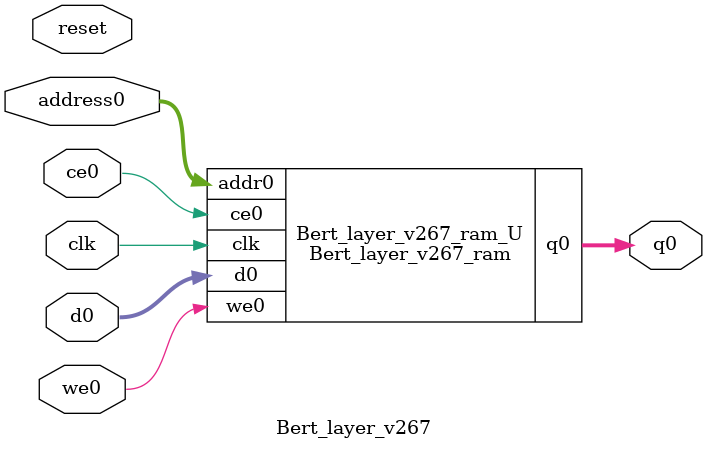
<source format=v>
`timescale 1 ns / 1 ps
module Bert_layer_v267_ram (addr0, ce0, d0, we0, q0,  clk);

parameter DWIDTH = 32;
parameter AWIDTH = 16;
parameter MEM_SIZE = 36864;

input[AWIDTH-1:0] addr0;
input ce0;
input[DWIDTH-1:0] d0;
input we0;
output reg[DWIDTH-1:0] q0;
input clk;

(* ram_style = "block" *)reg [DWIDTH-1:0] ram[0:MEM_SIZE-1];




always @(posedge clk)  
begin 
    if (ce0) begin
        if (we0) 
            ram[addr0] <= d0; 
        q0 <= ram[addr0];
    end
end


endmodule

`timescale 1 ns / 1 ps
module Bert_layer_v267(
    reset,
    clk,
    address0,
    ce0,
    we0,
    d0,
    q0);

parameter DataWidth = 32'd32;
parameter AddressRange = 32'd36864;
parameter AddressWidth = 32'd16;
input reset;
input clk;
input[AddressWidth - 1:0] address0;
input ce0;
input we0;
input[DataWidth - 1:0] d0;
output[DataWidth - 1:0] q0;



Bert_layer_v267_ram Bert_layer_v267_ram_U(
    .clk( clk ),
    .addr0( address0 ),
    .ce0( ce0 ),
    .we0( we0 ),
    .d0( d0 ),
    .q0( q0 ));

endmodule


</source>
